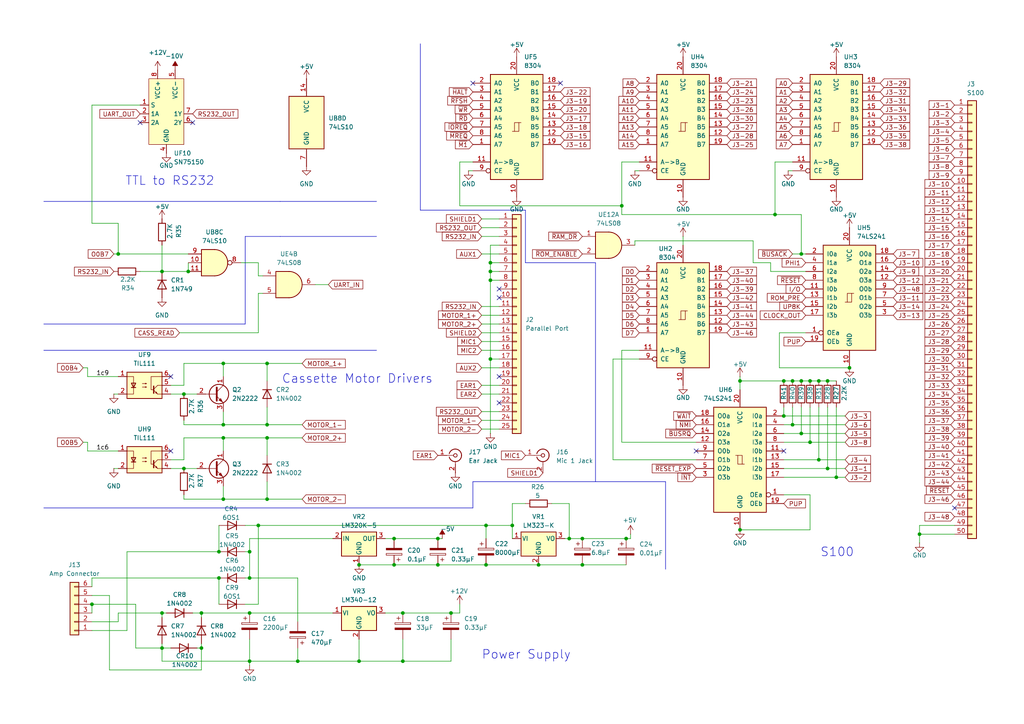
<source format=kicad_sch>
(kicad_sch (version 20250114) (generator "eeschema") (generator_version "9.0")
  (paper "A4")
  (text "TTL to RS232" (at 49.276 52.578 0) (effects (font (size 2.54 2.54))))
  (text "Cassette Motor Drivers" (at 103.632 109.982 0) (effects (font (size 2.54 2.54))))
  (text "Power Supply" (at 152.654 189.992 0) (effects (font (size 2.54 2.54))))
  (text "S100" (at 242.824 160.274 0) (effects (font (size 2.54 2.54))))
  (junction (at 229.87 110.49))
  (junction (at 64.77 127))
  (junction (at 127 156.21))
  (junction (at 53.34 135.89))
  (junction (at 63.5 167.64))
  (junction (at 64.77 144.78))
  (junction (at 242.57 138.43))
  (junction (at 64.77 123.19))
  (junction (at 227.33 110.49))
  (junction (at 46.99 177.8))
  (junction (at 77.47 105.41))
  (junction (at 58.42 177.8))
  (junction (at 63.5 160.02))
  (junction (at 72.39 191.77))
  (junction (at 165.1 156.21))
  (junction (at 168.91 163.83))
  (junction (at 148.59 152.4))
  (junction (at 246.38 106.68))
  (junction (at 240.03 135.89))
  (junction (at 58.42 187.96))
  (junction (at 180.34 59.69))
  (junction (at 142.24 104.14))
  (junction (at 116.84 177.8))
  (junction (at 114.3 156.21))
  (junction (at 266.7 154.94))
  (junction (at 127 163.83))
  (junction (at 229.87 123.19))
  (junction (at 104.14 163.83))
  (junction (at 130.81 177.8))
  (junction (at 214.63 110.49))
  (junction (at 224.79 62.23))
  (junction (at 181.61 156.21))
  (junction (at 234.95 128.27))
  (junction (at 86.36 191.77))
  (junction (at 53.34 114.3))
  (junction (at 237.49 133.35))
  (junction (at 232.41 110.49))
  (junction (at 46.99 78.74))
  (junction (at 232.41 73.66))
  (junction (at 168.91 156.21))
  (junction (at 116.84 191.77))
  (junction (at 232.41 125.73))
  (junction (at 72.39 160.02))
  (junction (at 74.93 152.4))
  (junction (at 104.14 191.77))
  (junction (at 77.47 123.19))
  (junction (at 26.67 175.26))
  (junction (at 240.03 110.49))
  (junction (at 142.24 81.28))
  (junction (at 34.29 73.66))
  (junction (at 227.33 120.65))
  (junction (at 64.77 105.41))
  (junction (at 214.63 153.67))
  (junction (at 54.61 78.74))
  (junction (at 140.97 163.83))
  (junction (at 237.49 110.49))
  (junction (at 72.39 167.64))
  (junction (at 72.39 177.8))
  (junction (at 46.99 187.96))
  (junction (at 142.24 78.74))
  (junction (at 140.97 152.4))
  (junction (at 77.47 144.78))
  (junction (at 142.24 76.2))
  (junction (at 156.21 163.83))
  (junction (at 77.47 127))
  (junction (at 234.95 110.49))
  (junction (at 114.3 163.83))
  (no_connect (at 144.78 86.36))
  (no_connect (at 40.64 35.56))
  (no_connect (at 276.86 147.32))
  (no_connect (at 144.78 109.22))
  (no_connect (at 49.53 109.22))
  (no_connect (at 137.16 24.13))
  (no_connect (at 144.78 83.82))
  (no_connect (at 201.93 130.81))
  (no_connect (at 144.78 116.84))
  (no_connect (at 227.33 130.81))
  (no_connect (at 55.88 35.56))
  (no_connect (at 162.56 24.13))
  (no_connect (at 49.53 130.81))
  (wire (pts (xy 142.24 104.14) (xy 142.24 81.28)))
  (wire (pts (xy 31.75 172.72) (xy 31.75 194.31)))
  (wire (pts (xy 25.4 109.22) (xy 34.29 109.22)))
  (wire (pts (xy 39.37 175.26) (xy 39.37 187.96)))
  (wire (pts (xy 77.47 144.78) (xy 64.77 144.78)))
  (wire (pts (xy 229.87 73.66) (xy 232.41 73.66)))
  (wire (pts (xy 26.67 172.72) (xy 31.75 172.72)))
  (wire (pts (xy 48.26 177.8) (xy 46.99 177.8)))
  (wire (pts (xy 49.53 135.89) (xy 53.34 135.89)))
  (wire (pts (xy 139.7 99.06) (xy 144.78 99.06)))
  (wire (pts (xy 160.02 146.05) (xy 165.1 146.05)))
  (wire (pts (xy 46.99 78.74) (xy 40.64 78.74)))
  (wire (pts (xy 229.87 123.19) (xy 245.11 123.19)))
  (wire (pts (xy 111.76 156.21) (xy 114.3 156.21)))
  (wire (pts (xy 226.06 96.52) (xy 226.06 106.68)))
  (wire (pts (xy 242.57 138.43) (xy 242.57 118.11)))
  (wire (pts (xy 180.34 128.27) (xy 180.34 101.6)))
  (wire (pts (xy 77.47 127) (xy 64.77 127)))
  (wire (pts (xy 77.47 127) (xy 77.47 132.08)))
  (wire (pts (xy 58.42 194.31) (xy 58.42 187.96)))
  (wire (pts (xy 232.41 125.73) (xy 232.41 118.11)))
  (wire (pts (xy 240.03 135.89) (xy 245.11 135.89)))
  (wire (pts (xy 77.47 139.7) (xy 77.47 144.78)))
  (wire (pts (xy 139.7 121.92) (xy 144.78 121.92)))
  (wire (pts (xy 140.97 152.4) (xy 74.93 152.4)))
  (wire (pts (xy 34.29 73.66) (xy 54.61 73.66)))
  (wire (pts (xy 232.41 62.23) (xy 224.79 62.23)))
  (wire (pts (xy 228.6 49.53) (xy 229.87 49.53)))
  (wire (pts (xy 227.33 143.51) (xy 234.95 143.51)))
  (wire (pts (xy 64.77 144.78) (xy 64.77 140.97)))
  (wire (pts (xy 227.33 110.49) (xy 229.87 110.49)))
  (wire (pts (xy 232.41 73.66) (xy 233.68 73.66)))
  (wire (pts (xy 72.39 160.02) (xy 72.39 167.64)))
  (wire (pts (xy 214.63 109.22) (xy 214.63 110.49)))
  (wire (pts (xy 142.24 78.74) (xy 144.78 78.74)))
  (wire (pts (xy 144.78 71.12) (xy 142.24 71.12)))
  (wire (pts (xy 64.77 127) (xy 64.77 130.81)))
  (wire (pts (xy 39.37 187.96) (xy 46.99 187.96)))
  (wire (pts (xy 72.39 177.8) (xy 96.52 177.8)))
  (wire (pts (xy 127 156.21) (xy 128.27 156.21)))
  (wire (pts (xy 182.88 156.21) (xy 181.61 156.21)))
  (wire (pts (xy 140.97 152.4) (xy 140.97 156.21)))
  (wire (pts (xy 104.14 185.42) (xy 104.14 191.77)))
  (wire (pts (xy 114.3 156.21) (xy 127 156.21)))
  (wire (pts (xy 242.57 138.43) (xy 245.11 138.43)))
  (wire (pts (xy 139.7 88.9) (xy 144.78 88.9)))
  (wire (pts (xy 116.84 177.8) (xy 130.81 177.8)))
  (wire (pts (xy 63.5 160.02) (xy 36.83 160.02)))
  (wire (pts (xy 74.93 96.52) (xy 74.93 85.09)))
  (polyline (pts (xy 12.7 101.6) (xy 109.22 101.6)))
  (wire (pts (xy 25.4 106.68) (xy 25.4 109.22)))
  (wire (pts (xy 104.14 163.83) (xy 114.3 163.83)))
  (wire (pts (xy 26.67 64.77) (xy 26.67 30.48)))
  (wire (pts (xy 52.07 96.52) (xy 74.93 96.52)))
  (wire (pts (xy 139.7 96.52) (xy 144.78 96.52)))
  (polyline (pts (xy 152.4 76.2) (xy 172.72 76.2)))
  (wire (pts (xy 72.39 191.77) (xy 72.39 193.04)))
  (polyline (pts (xy 172.72 76.2) (xy 172.72 139.7)))
  (wire (pts (xy 72.39 185.42) (xy 72.39 191.77)))
  (wire (pts (xy 184.15 69.85) (xy 218.44 69.85)))
  (wire (pts (xy 165.1 156.21) (xy 168.91 156.21)))
  (wire (pts (xy 237.49 110.49) (xy 240.03 110.49)))
  (wire (pts (xy 139.7 91.44) (xy 144.78 91.44)))
  (polyline (pts (xy 193.04 139.7) (xy 193.04 165.1)))
  (wire (pts (xy 142.24 76.2) (xy 142.24 78.74)))
  (wire (pts (xy 133.35 46.99) (xy 133.35 59.69)))
  (wire (pts (xy 276.86 154.94) (xy 266.7 154.94)))
  (wire (pts (xy 53.34 143.51) (xy 53.34 144.78)))
  (wire (pts (xy 74.93 85.09) (xy 76.2 85.09)))
  (wire (pts (xy 26.67 175.26) (xy 39.37 175.26)))
  (wire (pts (xy 139.7 119.38) (xy 144.78 119.38)))
  (wire (pts (xy 227.33 128.27) (xy 234.95 128.27)))
  (wire (pts (xy 104.14 191.77) (xy 86.36 191.77)))
  (wire (pts (xy 227.33 120.65) (xy 245.11 120.65)))
  (wire (pts (xy 87.63 127) (xy 77.47 127)))
  (wire (pts (xy 177.8 133.35) (xy 177.8 104.14)))
  (wire (pts (xy 71.12 160.02) (xy 72.39 160.02)))
  (wire (pts (xy 116.84 185.42) (xy 116.84 191.77)))
  (wire (pts (xy 139.7 73.66) (xy 144.78 73.66)))
  (wire (pts (xy 152.4 146.05) (xy 148.59 146.05)))
  (wire (pts (xy 64.77 127) (xy 53.34 127)))
  (wire (pts (xy 240.03 110.49) (xy 242.57 110.49)))
  (wire (pts (xy 139.7 111.76) (xy 144.78 111.76)))
  (wire (pts (xy 234.95 143.51) (xy 234.95 153.67)))
  (wire (pts (xy 26.67 30.48) (xy 40.64 30.48)))
  (wire (pts (xy 148.59 146.05) (xy 148.59 152.4)))
  (wire (pts (xy 180.34 62.23) (xy 180.34 59.69)))
  (wire (pts (xy 240.03 135.89) (xy 240.03 118.11)))
  (wire (pts (xy 24.13 128.27) (xy 25.4 128.27)))
  (wire (pts (xy 142.24 71.12) (xy 142.24 76.2)))
  (wire (pts (xy 224.79 62.23) (xy 180.34 62.23)))
  (wire (pts (xy 165.1 146.05) (xy 165.1 156.21)))
  (wire (pts (xy 53.34 111.76) (xy 49.53 111.76)))
  (polyline (pts (xy 81.28 68.58) (xy 109.22 68.58)))
  (wire (pts (xy 58.42 186.69) (xy 58.42 187.96)))
  (wire (pts (xy 86.36 180.34) (xy 86.36 167.64)))
  (wire (pts (xy 53.34 127) (xy 53.34 133.35)))
  (wire (pts (xy 26.67 64.77) (xy 34.29 64.77)))
  (wire (pts (xy 223.52 78.74) (xy 233.68 78.74)))
  (wire (pts (xy 214.63 110.49) (xy 214.63 113.03)))
  (wire (pts (xy 86.36 167.64) (xy 72.39 167.64)))
  (wire (pts (xy 64.77 123.19) (xy 64.77 119.38)))
  (wire (pts (xy 46.99 71.12) (xy 46.99 78.74)))
  (wire (pts (xy 69.85 76.2) (xy 74.93 76.2)))
  (wire (pts (xy 54.61 78.74) (xy 46.99 78.74)))
  (wire (pts (xy 142.24 104.14) (xy 144.78 104.14)))
  (wire (pts (xy 201.93 133.35) (xy 177.8 133.35)))
  (wire (pts (xy 86.36 187.96) (xy 86.36 191.77)))
  (wire (pts (xy 229.87 110.49) (xy 232.41 110.49)))
  (wire (pts (xy 133.35 177.8) (xy 130.81 177.8)))
  (wire (pts (xy 87.63 105.41) (xy 77.47 105.41)))
  (wire (pts (xy 139.7 124.46) (xy 144.78 124.46)))
  (wire (pts (xy 144.78 76.2) (xy 142.24 76.2)))
  (wire (pts (xy 26.67 180.34) (xy 34.29 180.34)))
  (wire (pts (xy 148.59 152.4) (xy 140.97 152.4)))
  (polyline (pts (xy 152.4 60.96) (xy 152.4 76.2)))
  (wire (pts (xy 33.02 135.89) (xy 34.29 135.89)))
  (wire (pts (xy 168.91 156.21) (xy 181.61 156.21)))
  (wire (pts (xy 130.81 191.77) (xy 116.84 191.77)))
  (wire (pts (xy 36.83 182.88) (xy 26.67 182.88)))
  (wire (pts (xy 77.47 105.41) (xy 64.77 105.41)))
  (wire (pts (xy 53.34 133.35) (xy 49.53 133.35)))
  (wire (pts (xy 227.33 125.73) (xy 232.41 125.73)))
  (wire (pts (xy 53.34 144.78) (xy 64.77 144.78)))
  (wire (pts (xy 55.88 177.8) (xy 58.42 177.8)))
  (wire (pts (xy 139.7 93.98) (xy 144.78 93.98)))
  (wire (pts (xy 198.12 68.58) (xy 198.12 71.12)))
  (wire (pts (xy 177.8 104.14) (xy 185.42 104.14)))
  (wire (pts (xy 227.33 138.43) (xy 242.57 138.43)))
  (wire (pts (xy 64.77 105.41) (xy 53.34 105.41)))
  (wire (pts (xy 234.95 110.49) (xy 237.49 110.49)))
  (wire (pts (xy 31.75 194.31) (xy 58.42 194.31)))
  (polyline (pts (xy 121.92 60.96) (xy 152.4 60.96)))
  (wire (pts (xy 148.59 156.21) (xy 148.59 152.4)))
  (wire (pts (xy 237.49 133.35) (xy 245.11 133.35)))
  (wire (pts (xy 53.34 135.89) (xy 57.15 135.89)))
  (wire (pts (xy 139.7 114.3) (xy 144.78 114.3)))
  (wire (pts (xy 232.41 125.73) (xy 245.11 125.73)))
  (wire (pts (xy 24.13 106.68) (xy 25.4 106.68)))
  (wire (pts (xy 33.02 114.3) (xy 34.29 114.3)))
  (wire (pts (xy 234.95 128.27) (xy 245.11 128.27)))
  (wire (pts (xy 72.39 167.64) (xy 71.12 167.64)))
  (wire (pts (xy 226.06 106.68) (xy 246.38 106.68)))
  (wire (pts (xy 53.34 121.92) (xy 53.34 123.19)))
  (wire (pts (xy 34.29 177.8) (xy 46.99 177.8)))
  (wire (pts (xy 74.93 175.26) (xy 74.93 152.4)))
  (wire (pts (xy 26.67 177.8) (xy 26.67 175.26)))
  (wire (pts (xy 74.93 76.2) (xy 74.93 80.01)))
  (wire (pts (xy 63.5 152.4) (xy 63.5 160.02)))
  (wire (pts (xy 96.52 156.21) (xy 72.39 156.21)))
  (wire (pts (xy 74.93 80.01) (xy 76.2 80.01)))
  (wire (pts (xy 139.7 101.6) (xy 144.78 101.6)))
  (polyline (pts (xy 121.92 12.7) (xy 121.92 60.96)))
  (wire (pts (xy 233.68 96.52) (xy 226.06 96.52)))
  (wire (pts (xy 139.7 66.04) (xy 144.78 66.04)))
  (wire (pts (xy 53.34 123.19) (xy 64.77 123.19)))
  (wire (pts (xy 63.5 175.26) (xy 63.5 167.64)))
  (wire (pts (xy 71.12 175.26) (xy 74.93 175.26)))
  (wire (pts (xy 46.99 191.77) (xy 46.99 187.96)))
  (polyline (pts (xy 12.7 147.32) (xy 137.16 147.32)))
  (wire (pts (xy 26.67 167.64) (xy 26.67 170.18)))
  (wire (pts (xy 133.35 59.69) (xy 180.34 59.69)))
  (wire (pts (xy 77.47 144.78) (xy 87.63 144.78)))
  (wire (pts (xy 232.41 110.49) (xy 234.95 110.49)))
  (wire (pts (xy 229.87 123.19) (xy 229.87 118.11)))
  (wire (pts (xy 276.86 152.4) (xy 266.7 152.4)))
  (wire (pts (xy 77.47 123.19) (xy 87.63 123.19)))
  (wire (pts (xy 180.34 59.69) (xy 180.34 46.99)))
  (wire (pts (xy 33.02 73.66) (xy 34.29 73.66)))
  (wire (pts (xy 127 163.83) (xy 140.97 163.83)))
  (wire (pts (xy 165.1 156.21) (xy 163.83 156.21)))
  (polyline (pts (xy 12.7 58.42) (xy 81.28 58.42)))
  (wire (pts (xy 25.4 130.81) (xy 34.29 130.81)))
  (wire (pts (xy 227.33 133.35) (xy 237.49 133.35)))
  (wire (pts (xy 114.3 163.83) (xy 127 163.83)))
  (wire (pts (xy 140.97 163.83) (xy 156.21 163.83)))
  (wire (pts (xy 25.4 128.27) (xy 25.4 130.81)))
  (polyline (pts (xy 71.12 68.58) (xy 81.28 68.58)))
  (wire (pts (xy 139.7 68.58) (xy 144.78 68.58)))
  (wire (pts (xy 58.42 177.8) (xy 72.39 177.8)))
  (wire (pts (xy 142.24 81.28) (xy 144.78 81.28)))
  (wire (pts (xy 139.7 106.68) (xy 144.78 106.68)))
  (wire (pts (xy 224.79 46.99) (xy 224.79 62.23)))
  (wire (pts (xy 234.95 128.27) (xy 234.95 118.11)))
  (wire (pts (xy 182.88 154.94) (xy 182.88 156.21)))
  (wire (pts (xy 77.47 123.19) (xy 64.77 123.19)))
  (wire (pts (xy 218.44 76.2) (xy 223.52 76.2)))
  (wire (pts (xy 53.34 105.41) (xy 53.34 111.76)))
  (wire (pts (xy 156.21 163.83) (xy 168.91 163.83)))
  (wire (pts (xy 266.7 154.94) (xy 266.7 157.48)))
  (wire (pts (xy 184.15 49.53) (xy 185.42 49.53)))
  (wire (pts (xy 46.99 177.8) (xy 46.99 179.07)))
  (wire (pts (xy 227.33 118.11) (xy 227.33 120.65)))
  (wire (pts (xy 232.41 73.66) (xy 232.41 62.23)))
  (wire (pts (xy 227.33 135.89) (xy 240.03 135.89)))
  (wire (pts (xy 223.52 76.2) (xy 223.52 78.74)))
  (wire (pts (xy 58.42 187.96) (xy 57.15 187.96)))
  (wire (pts (xy 137.16 46.99) (xy 133.35 46.99)))
  (wire (pts (xy 201.93 128.27) (xy 180.34 128.27)))
  (wire (pts (xy 133.35 175.26) (xy 133.35 177.8)))
  (wire (pts (xy 266.7 152.4) (xy 266.7 154.94)))
  (wire (pts (xy 49.53 114.3) (xy 53.34 114.3)))
  (wire (pts (xy 77.47 105.41) (xy 77.47 110.49)))
  (polyline (pts (xy 71.12 93.98) (xy 71.12 68.58)))
  (wire (pts (xy 36.83 160.02) (xy 36.83 182.88)))
  (wire (pts (xy 58.42 177.8) (xy 58.42 179.07)))
  (wire (pts (xy 130.81 185.42) (xy 130.81 191.77)))
  (wire (pts (xy 72.39 156.21) (xy 72.39 160.02)))
  (wire (pts (xy 34.29 64.77) (xy 34.29 73.66)))
  (polyline (pts (xy 12.7 93.98) (xy 71.12 93.98)))
  (wire (pts (xy 34.29 180.34) (xy 34.29 177.8)))
  (wire (pts (xy 116.84 191.77) (xy 104.14 191.77)))
  (wire (pts (xy 72.39 191.77) (xy 46.99 191.77)))
  (wire (pts (xy 77.47 118.11) (xy 77.47 123.19)))
  (wire (pts (xy 218.44 69.85) (xy 218.44 76.2)))
  (polyline (pts (xy 81.28 58.42) (xy 109.22 58.42)))
  (wire (pts (xy 74.93 152.4) (xy 71.12 152.4)))
  (wire (pts (xy 180.34 46.99) (xy 185.42 46.99)))
  (polyline (pts (xy 137.16 147.32) (xy 137.16 139.7)))
  (wire (pts (xy 142.24 81.28) (xy 142.24 78.74)))
  (wire (pts (xy 53.34 114.3) (xy 57.15 114.3)))
  (wire (pts (xy 91.44 82.55) (xy 95.25 82.55)))
  (wire (pts (xy 184.15 71.12) (xy 184.15 69.85)))
  (wire (pts (xy 234.95 153.67) (xy 214.63 153.67)))
  (wire (pts (xy 227.33 123.19) (xy 229.87 123.19)))
  (wire (pts (xy 237.49 133.35) (xy 237.49 118.11)))
  (wire (pts (xy 139.7 63.5) (xy 144.78 63.5)))
  (wire (pts (xy 54.61 76.2) (xy 54.61 78.74)))
  (wire (pts (xy 46.99 187.96) (xy 46.99 186.69)))
  (wire (pts (xy 180.34 101.6) (xy 185.42 101.6)))
  (wire (pts (xy 64.77 105.41) (xy 64.77 109.22)))
  (wire (pts (xy 111.76 177.8) (xy 116.84 177.8)))
  (wire (pts (xy 49.53 187.96) (xy 46.99 187.96)))
  (polyline (pts (xy 137.16 139.7) (xy 193.04 139.7)))
  (wire (pts (xy 214.63 110.49) (xy 227.33 110.49)))
  (wire (pts (xy 168.91 163.83) (xy 181.61 163.83)))
  (wire (pts (xy 135.89 49.53) (xy 137.16 49.53)))
  (wire (pts (xy 63.5 167.64) (xy 26.67 167.64)))
  (wire (pts (xy 142.24 125.73) (xy 142.24 104.14)))
  (wire (pts (xy 229.87 46.99) (xy 224.79 46.99)))
  (wire (pts (xy 86.36 191.77) (xy 72.39 191.77)))
  (label "1c9" (at 27.94 109.22 0))
  (label "1c6" (at 27.94 130.81 0))
  (global_label "RS232_OUT" (shape input) (at 139.7 119.38 180) (property "Intersheetrefs" "${INTERSHEET_REFS}" (effects (hide yes))))
  (global_label "J3-46" (shape input) (at 276.86 144.78 180) (property "Intersheetrefs" "${INTERSHEET_REFS}" (effects (hide yes))))
  (global_label "MOTOR_2-" (shape input) (at 139.7 124.46 180) (property "Intersheetrefs" "${INTERSHEET_REFS}" (effects (hide yes))))
  (global_label "J3-31" (shape input) (at 276.86 106.68 180) (property "Intersheetrefs" "${INTERSHEET_REFS}" (effects (hide yes))))
  (global_label "J3-3" (shape input) (at 245.11 120.65 0) (property "Intersheetrefs" "${INTERSHEET_REFS}" (effects (hide yes))))
  (global_label "J3-30" (shape input) (at 276.86 104.14 180) (property "Intersheetrefs" "${INTERSHEET_REFS}" (effects (hide yes))))
  (global_label "J3-24" (shape input) (at 210.82 26.67 0) (property "Intersheetrefs" "${INTERSHEET_REFS}" (effects (hide yes))))
  (global_label "MIC1" (shape input) (at 139.7 99.06 180) (property "Intersheetrefs" "${INTERSHEET_REFS}" (effects (hide yes))))
  (global_label "J3-23" (shape input) (at 210.82 29.21 0) (property "Intersheetrefs" "${INTERSHEET_REFS}" (effects (hide yes))))
  (global_label "D7" (shape input) (at 185.42 96.52 180) (property "Intersheetrefs" "${INTERSHEET_REFS}" (effects (hide yes))))
  (global_label "J3-5" (shape input) (at 245.11 125.73 0) (property "Intersheetrefs" "${INTERSHEET_REFS}" (effects (hide yes))))
  (global_label "J3-42" (shape input) (at 210.82 86.36 0) (property "Intersheetrefs" "${INTERSHEET_REFS}" (effects (hide yes))))
  (global_label "J3-13" (shape input) (at 259.08 91.44 0) (property "Intersheetrefs" "${INTERSHEET_REFS}" (effects (hide yes))))
  (global_label "J3-21" (shape input) (at 210.82 24.13 0) (property "Intersheetrefs" "${INTERSHEET_REFS}" (effects (hide yes))))
  (global_label "J3-15" (shape input) (at 276.86 66.04 180) (property "Intersheetrefs" "${INTERSHEET_REFS}" (effects (hide yes))))
  (global_label "A3" (shape input) (at 229.87 31.75 180) (property "Intersheetrefs" "${INTERSHEET_REFS}" (effects (hide yes))))
  (global_label "J3-37" (shape input) (at 210.82 78.74 0) (property "Intersheetrefs" "${INTERSHEET_REFS}" (effects (hide yes))))
  (global_label "EAR1" (shape input) (at 127 132.08 180) (property "Intersheetrefs" "${INTERSHEET_REFS}" (effects (hide yes))))
  (global_label "D5" (shape input) (at 185.42 91.44 180) (property "Intersheetrefs" "${INTERSHEET_REFS}" (effects (hide yes))))
  (global_label "J3-29" (shape input) (at 255.27 24.13 0) (property "Intersheetrefs" "${INTERSHEET_REFS}" (effects (hide yes))))
  (global_label "J3-42" (shape input) (at 276.86 134.62 180) (property "Intersheetrefs" "${INTERSHEET_REFS}" (effects (hide yes))))
  (global_label "J3-43" (shape input) (at 276.86 137.16 180) (property "Intersheetrefs" "${INTERSHEET_REFS}" (effects (hide yes))))
  (global_label "MOTOR_1-" (shape input) (at 87.63 123.19 0) (property "Intersheetrefs" "${INTERSHEET_REFS}" (effects (hide yes))))
  (global_label "J3-43" (shape input) (at 210.82 93.98 0) (property "Intersheetrefs" "${INTERSHEET_REFS}" (effects (hide yes))))
  (global_label "MOTOR_1+" (shape input) (at 87.63 105.41 0) (property "Intersheetrefs" "${INTERSHEET_REFS}" (effects (hide yes))))
  (global_label "MIC1" (shape input) (at 152.4 132.08 180) (property "Intersheetrefs" "${INTERSHEET_REFS}" (effects (hide yes))))
  (global_label "J3-37" (shape input) (at 276.86 121.92 180) (property "Intersheetrefs" "${INTERSHEET_REFS}" (effects (hide yes))))
  (global_label "A2" (shape input) (at 229.87 29.21 180) (property "Intersheetrefs" "${INTERSHEET_REFS}" (effects (hide yes))))
  (global_label "J3-12" (shape input) (at 259.08 81.28 0) (property "Intersheetrefs" "${INTERSHEET_REFS}" (effects (hide yes))))
  (global_label "J3-19" (shape input) (at 276.86 76.2 180) (property "Intersheetrefs" "${INTERSHEET_REFS}" (effects (hide yes))))
  (global_label "J3-12" (shape input) (at 276.86 58.42 180) (property "Intersheetrefs" "${INTERSHEET_REFS}" (effects (hide yes))))
  (global_label "J3-28" (shape input) (at 276.86 99.06 180) (property "Intersheetrefs" "${INTERSHEET_REFS}" (effects (hide yes))))
  (global_label "J3-18" (shape input) (at 162.56 36.83 0) (property "Intersheetrefs" "${INTERSHEET_REFS}" (effects (hide yes))))
  (global_label "~{MREQ}" (shape input) (at 137.16 39.37 180) (property "Intersheetrefs" "${INTERSHEET_REFS}" (effects (hide yes))))
  (global_label "ROM_PRE" (shape input) (at 233.68 86.36 180) (property "Intersheetrefs" "${INTERSHEET_REFS}" (effects (hide yes))))
  (global_label "J3-1" (shape input) (at 276.86 30.48 180) (property "Intersheetrefs" "${INTERSHEET_REFS}" (effects (hide yes))))
  (global_label "PUP" (shape input) (at 227.33 146.05 0) (property "Intersheetrefs" "${INTERSHEET_REFS}" (effects (hide yes))))
  (global_label "RS232_IN" (shape input) (at 139.7 88.9 180) (property "Intersheetrefs" "${INTERSHEET_REFS}" (effects (hide yes))))
  (global_label "I{slash}O" (shape input) (at 233.68 83.82 180) (property "Intersheetrefs" "${INTERSHEET_REFS}" (effects (hide yes))))
  (global_label "O0B4" (shape input) (at 24.13 106.68 180) (property "Intersheetrefs" "${INTERSHEET_REFS}" (effects (hide yes))))
  (global_label "A5" (shape input) (at 229.87 36.83 180) (property "Intersheetrefs" "${INTERSHEET_REFS}" (effects (hide yes))))
  (global_label "J3-26" (shape input) (at 276.86 93.98 180) (property "Intersheetrefs" "${INTERSHEET_REFS}" (effects (hide yes))))
  (global_label "CASS_READ" (shape input) (at 52.07 96.52 180) (property "Intersheetrefs" "${INTERSHEET_REFS}" (effects (hide yes))))
  (global_label "RS232_IN" (shape input) (at 33.02 78.74 180) (property "Intersheetrefs" "${INTERSHEET_REFS}" (effects (hide yes))))
  (global_label "~{WR}" (shape input) (at 137.16 31.75 180) (property "Intersheetrefs" "${INTERSHEET_REFS}" (effects (hide yes))))
  (global_label "D0" (shape input) (at 185.42 78.74 180) (property "Intersheetrefs" "${INTERSHEET_REFS}" (effects (hide yes))))
  (global_label "~{INT}" (shape input) (at 201.93 138.43 180) (property "Intersheetrefs" "${INTERSHEET_REFS}" (effects (hide yes))))
  (global_label "J3-34" (shape input) (at 255.27 31.75 0) (property "Intersheetrefs" "${INTERSHEET_REFS}" (effects (hide yes))))
  (global_label "A6" (shape input) (at 229.87 39.37 180) (property "Intersheetrefs" "${INTERSHEET_REFS}" (effects (hide yes))))
  (global_label "J3-31" (shape input) (at 255.27 29.21 0) (property "Intersheetrefs" "${INTERSHEET_REFS}" (effects (hide yes))))
  (global_label "J3-40" (shape input) (at 276.86 129.54 180) (property "Intersheetrefs" "${INTERSHEET_REFS}" (effects (hide yes))))
  (global_label "J3-10" (shape input) (at 276.86 53.34 180) (property "Intersheetrefs" "${INTERSHEET_REFS}" (effects (hide yes))))
  (global_label "A11" (shape input) (at 185.42 31.75 180) (property "Intersheetrefs" "${INTERSHEET_REFS}" (effects (hide yes))))
  (global_label "J3-30" (shape input) (at 210.82 34.29 0) (property "Intersheetrefs" "${INTERSHEET_REFS}" (effects (hide yes))))
  (global_label "J3-24" (shape input) (at 276.86 88.9 180) (property "Intersheetrefs" "${INTERSHEET_REFS}" (effects (hide yes))))
  (global_label "J3-33" (shape input) (at 276.86 111.76 180) (property "Intersheetrefs" "${INTERSHEET_REFS}" (effects (hide yes))))
  (global_label "J3-15" (shape input) (at 162.56 39.37 0) (property "Intersheetrefs" "${INTERSHEET_REFS}" (effects (hide yes))))
  (global_label "J3-36" (shape input) (at 255.27 36.83 0) (property "Intersheetrefs" "${INTERSHEET_REFS}" (effects (hide yes))))
  (global_label "J3-23" (shape input) (at 276.86 86.36 180) (property "Intersheetrefs" "${INTERSHEET_REFS}" (effects (hide yes))))
  (global_label "J3-1" (shape input) (at 245.11 135.89 0) (property "Intersheetrefs" "${INTERSHEET_REFS}" (effects (hide yes))))
  (global_label "J3-46" (shape input) (at 210.82 96.52 0) (property "Intersheetrefs" "${INTERSHEET_REFS}" (effects (hide yes))))
  (global_label "A7" (shape input) (at 229.87 41.91 180) (property "Intersheetrefs" "${INTERSHEET_REFS}" (effects (hide yes))))
  (global_label "J3-8" (shape input) (at 245.11 128.27 0) (property "Intersheetrefs" "${INTERSHEET_REFS}" (effects (hide yes))))
  (global_label "~{RESET}" (shape input) (at 276.86 142.24 180) (property "Intersheetrefs" "${INTERSHEET_REFS}" (effects (hide yes))))
  (global_label "~{RD}" (shape input) (at 137.16 34.29 180) (property "Intersheetrefs" "${INTERSHEET_REFS}" (effects (hide yes))))
  (global_label "J3-11" (shape input) (at 259.08 86.36 0) (property "Intersheetrefs" "${INTERSHEET_REFS}" (effects (hide yes))))
  (global_label "~{IOREQ}" (shape input) (at 137.16 36.83 180) (property "Intersheetrefs" "${INTERSHEET_REFS}" (effects (hide yes))))
  (global_label "J3-14" (shape input) (at 276.86 63.5 180) (property "Intersheetrefs" "${INTERSHEET_REFS}" (effects (hide yes))))
  (global_label "RS232_IN" (shape input) (at 139.7 68.58 180) (property "Intersheetrefs" "${INTERSHEET_REFS}" (effects (hide yes))))
  (global_label "MOTOR_2+" (shape input) (at 139.7 93.98 180) (property "Intersheetrefs" "${INTERSHEET_REFS}" (effects (hide yes))))
  (global_label "J3-10" (shape input) (at 259.08 76.2 0) (property "Intersheetrefs" "${INTERSHEET_REFS}" (effects (hide yes))))
  (global_label "MOTOR_1-" (shape input) (at 139.7 121.92 180) (property "Intersheetrefs" "${INTERSHEET_REFS}" (effects (hide yes))))
  (global_label "UP8K" (shape input) (at 233.68 88.9 180) (property "Intersheetrefs" "${INTERSHEET_REFS}" (effects (hide yes))))
  (global_label "J3-4" (shape input) (at 245.11 133.35 0) (property "Intersheetrefs" "${INTERSHEET_REFS}" (effects (hide yes))))
  (global_label "J3-18" (shape input) (at 276.86 73.66 180) (property "Intersheetrefs" "${INTERSHEET_REFS}" (effects (hide yes))))
  (global_label "J3-32" (shape input) (at 276.86 109.22 180) (property "Intersheetrefs" "${INTERSHEET_REFS}" (effects (hide yes))))
  (global_label "J3-25" (shape input) (at 210.82 41.91 0) (property "Intersheetrefs" "${INTERSHEET_REFS}" (effects (hide yes))))
  (global_label "MOTOR_2-" (shape input) (at 87.63 144.78 0) (property "Intersheetrefs" "${INTERSHEET_REFS}" (effects (hide yes))))
  (global_label "CLOCK_OUT" (shape input) (at 233.68 91.44 180) (property "Intersheetrefs" "${INTERSHEET_REFS}" (effects (hide yes))))
  (global_label "J3-27" (shape input) (at 210.82 36.83 0) (property "Intersheetrefs" "${INTERSHEET_REFS}" (effects (hide yes))))
  (global_label "J3-26" (shape input) (at 210.82 31.75 0) (property "Intersheetrefs" "${INTERSHEET_REFS}" (effects (hide yes))))
  (global_label "SHIELD1" (shape input) (at 139.7 63.5 180) (property "Intersheetrefs" "${INTERSHEET_REFS}" (effects (hide yes))))
  (global_label "J3-7" (shape input) (at 259.08 73.66 0) (property "Intersheetrefs" "${INTERSHEET_REFS}" (effects (hide yes))))
  (global_label "O0B5" (shape input) (at 24.13 128.27 180) (property "Intersheetrefs" "${INTERSHEET_REFS}" (effects (hide yes))))
  (global_label "J3-36" (shape input) (at 276.86 119.38 180) (property "Intersheetrefs" "${INTERSHEET_REFS}" (effects (hide yes))))
  (global_label "J3-35" (shape input) (at 276.86 116.84 180) (property "Intersheetrefs" "${INTERSHEET_REFS}" (effects (hide yes))))
  (global_label "A8" (shape input) (at 185.42 24.13 180) (property "Intersheetrefs" "${INTERSHEET_REFS}" (effects (hide yes))))
  (global_label "J3-11" (shape input) (at 276.86 55.88 180) (property "Intersheetrefs" "${INTERSHEET_REFS}" (effects (hide yes))))
  (global_label "J3-33" (shape input) (at 255.27 34.29 0) (property "Intersheetrefs" "${INTERSHEET_REFS}" (effects (hide yes))))
  (global_label "J3-38" (shape input) (at 255.27 41.91 0) (property "Intersheetrefs" "${INTERSHEET_REFS}" (effects (hide yes))))
  (global_label "J3-41" (shape input) (at 210.82 88.9 0) (property "Intersheetrefs" "${INTERSHEET_REFS}" (effects (hide yes))))
  (global_label "J3-39" (shape input) (at 210.82 83.82 0) (property "Intersheetrefs" "${INTERSHEET_REFS}" (effects (hide yes))))
  (global_label "D2" (shape input) (at 185.42 83.82 180) (property "Intersheetrefs" "${INTERSHEET_REFS}" (effects (hide yes))))
  (global_label "AUX2" (shape input) (at 139.7 106.68 180) (property "Intersheetrefs" "${INTERSHEET_REFS}" (effects (hide yes))))
  (global_label "D6" (shape input) (at 185.42 93.98 180) (property "Intersheetrefs" "${INTERSHEET_REFS}" (effects (hide yes))))
  (global_label "J3-3" (shape input) (at 276.86 35.56 180) (property "Intersheetrefs" "${INTERSHEET_REFS}" (effects (hide yes))))
  (global_label "J3-17" (shape input) (at 276.86 71.12 180) (property "Intersheetrefs" "${INTERSHEET_REFS}" (effects (hide yes))))
  (global_label "J3-32" (shape input) (at 255.27 26.67 0) (property "Intersheetrefs" "${INTERSHEET_REFS}" (effects (hide yes))))
  (global_label "J3-2" (shape input) (at 276.86 33.02 180) (property "Intersheetrefs" "${INTERSHEET_REFS}" (effects (hide yes))))
  (global_label "~{RFSH}" (shape input) (at 137.16 29.21 180) (property "Intersheetrefs" "${INTERSHEET_REFS}" (effects (hide yes))))
  (global_label "A4" (shape input) (at 229.87 34.29 180) (property "Intersheetrefs" "${INTERSHEET_REFS}" (effects (hide yes))))
  (global_label "RS232_OUT" (shape input) (at 139.7 66.04 180) (property "Intersheetrefs" "${INTERSHEET_REFS}" (effects (hide yes))))
  (global_label "MIC2" (shape input) (at 139.7 101.6 180) (property "Intersheetrefs" "${INTERSHEET_REFS}" (effects (hide yes))))
  (global_label "UART_OUT" (shape input) (at 40.64 33.02 180) (property "Intersheetrefs" "${INTERSHEET_REFS}" (effects (hide yes))))
  (global_label "J3-35" (shape input) (at 255.27 39.37 0) (property "Intersheetrefs" "${INTERSHEET_REFS}" (effects (hide yes))))
  (global_label "J3-20" (shape input) (at 162.56 31.75 0) (property "Intersheetrefs" "${INTERSHEET_REFS}" (effects (hide yes))))
  (global_label "J3-48" (shape input) (at 276.86 149.86 180) (property "Intersheetrefs" "${INTERSHEET_REFS}" (effects (hide yes))))
  (global_label "~{WAIT}" (shape input) (at 201.93 120.65 180) (property "Intersheetrefs" "${INTERSHEET_REFS}" (effects (hide yes))))
  (global_label "MOTOR_2+" (shape input) (at 87.63 127 0) (property "Intersheetrefs" "${INTERSHEET_REFS}" (effects (hide yes))))
  (global_label "J3-38" (shape input) (at 276.86 124.46 180) (property "Intersheetrefs" "${INTERSHEET_REFS}" (effects (hide yes))))
  (global_label "J3-39" (shape input) (at 276.86 127 180) (property "Intersheetrefs" "${INTERSHEET_REFS}" (effects (hide yes))))
  (global_label "~{BUSRQ}" (shape input) (at 201.93 125.73 180) (property "Intersheetrefs" "${INTERSHEET_REFS}" (effects (hide yes))))
  (global_label "J3-25" (shape input) (at 276.86 91.44 180) (property "Intersheetrefs" "${INTERSHEET_REFS}" (effects (hide yes))))
  (global_label "D4" (shape input) (at 185.42 88.9 180) (property "Intersheetrefs" "${INTERSHEET_REFS}" (effects (hide yes))))
  (global_label "RS232_OUT" (shape input) (at 55.88 33.02 0) (property "Intersheetrefs" "${INTERSHEET_REFS}" (effects (hide yes))))
  (global_label "J3-2" (shape input) (at 245.11 138.43 0) (property "Intersheetrefs" "${INTERSHEET_REFS}" (effects (hide yes))))
  (global_label "EAR2" (shape input) (at 139.7 114.3 180) (property "Intersheetrefs" "${INTERSHEET_REFS}" (effects (hide yes))))
  (global_label "~{ROM_ENABLE}" (shape input) (at 168.91 73.66 180) (property "Intersheetrefs" "${INTERSHEET_REFS}" (effects (hide yes))))
  (global_label "J3-28" (shape input) (at 210.82 39.37 0) (property "Intersheetrefs" "${INTERSHEET_REFS}" (effects (hide yes))))
  (global_label "~{HALT}" (shape input) (at 137.16 26.67 180) (property "Intersheetrefs" "${INTERSHEET_REFS}" (effects (hide yes))))
  (global_label "J3-14" (shape input) (at 259.08 88.9 0) (property "Intersheetrefs" "${INTERSHEET_REFS}" (effects (hide yes))))
  (global_label "~{BUSACK}" (shape input) (at 229.87 73.66 180) (property "Intersheetrefs" "${INTERSHEET_REFS}" (effects (hide yes))))
  (global_label "D1" (shape input) (at 185.42 81.28 180) (property "Intersheetrefs" "${INTERSHEET_REFS}" (effects (hide yes))))
  (global_label "J3-7" (shape input) (at 276.86 45.72 180) (property "Intersheetrefs" "${INTERSHEET_REFS}" (effects (hide yes))))
  (global_label "~{RAM_DR}" (shape input) (at 168.91 68.58 180) (property "Intersheetrefs" "${INTERSHEET_REFS}" (effects (hide yes))))
  (global_label "J3-40" (shape input) (at 210.82 81.28 0) (property "Intersheetrefs" "${INTERSHEET_REFS}" (effects (hide yes))))
  (global_label "J3-48" (shape input) (at 259.08 83.82 0) (property "Intersheetrefs" "${INTERSHEET_REFS}" (effects (hide yes))))
  (global_label "J3-5" (shape input) (at 276.86 40.64 180) (property "Intersheetrefs" "${INTERSHEET_REFS}" (effects (hide yes))))
  (global_label "D3" (shape input) (at 185.42 86.36 180) (property "Intersheetrefs" "${INTERSHEET_REFS}" (effects (hide yes))))
  (global_label "SHIELD1" (shape input) (at 157.48 137.16 180) (property "Intersheetrefs" "${INTERSHEET_REFS}" (effects (hide yes))))
  (global_label "J3-21" (shape input) (at 276.86 81.28 180) (property "Intersheetrefs" "${INTERSHEET_REFS}" (effects (hide yes))))
  (global_label "J3-29" (shape input) (at 276.86 101.6 180) (property "Intersheetrefs" "${INTERSHEET_REFS}" (effects (hide yes))))
  (global_label "A12" (shape input) (at 185.42 34.29 180) (property "Intersheetrefs" "${INTERSHEET_REFS}" (effects (hide yes))))
  (global_label "~{NMI}" (shape input) (at 201.93 123.19 180) (property "Intersheetrefs" "${INTERSHEET_REFS}" (effects (hide yes))))
  (global_label "MOTOR_1+" (shape input) (at 139.7 91.44 180) (property "Intersheetrefs" "${INTERSHEET_REFS}" (effects (hide yes))))
  (global_label "SHIELD2" (shape input) (at 139.7 96.52 180) (property "Intersheetrefs" "${INTERSHEET_REFS}" (effects (hide yes))))
  (global_label "J3-34" (shape input) (at 276.86 114.3 180) (property "Intersheetrefs" "${INTERSHEET_REFS}" (effects (hide yes))))
  (global_label "J3-13" (shape input) (at 276.86 60.96 180) (property "Intersheetrefs" "${INTERSHEET_REFS}" (effects (hide yes))))
  (global_label "J3-6" (shape input) (at 245.11 123.19 0) (property "Intersheetrefs" "${INTERSHEET_REFS}" (effects (hide yes))))
  (global_label "J3-22" (shape input) (at 276.86 83.82 180) (property "Intersheetrefs" "${INTERSHEET_REFS}" (effects (hide yes))))
  (global_label "J3-9" (shape input) (at 276.86 50.8 180) (property "Intersheetrefs" "${INTERSHEET_REFS}" (effects (hide yes))))
  (global_label "PHI1" (shape input) (at 233.68 76.2 180) (property "Intersheetrefs" "${INTERSHEET_REFS}" (effects (hide yes))))
  (global_label "A14" (shape input) (at 185.42 39.37 180) (property "Intersheetrefs" "${INTERSHEET_REFS}" (effects (hide yes))))
  (global_label "PUP" (shape input) (at 233.68 99.06 180) (property "Intersheetrefs" "${INTERSHEET_REFS}" (effects (hide yes))))
  (global_label "~{RESET}" (shape input) (at 233.68 81.28 180) (property "Intersheetrefs" "${INTERSHEET_REFS}" (effects (hide yes))))
  (global_label "J3-17" (shape input) (at 162.56 34.29 0) (property "Intersheetrefs" "${INTERSHEET_REFS}" (effects (hide yes))))
  (global_label "A9" (shape input) (at 185.42 26.67 180) (property "Intersheetrefs" "${INTERSHEET_REFS}" (effects (hide yes))))
  (global_label "J3-16" (shape input) (at 162.56 41.91 0) (property "Intersheetrefs" "${INTERSHEET_REFS}" (effects (hide yes))))
  (global_label "J3-19" (shape input) (at 162.56 29.21 0) (property "Intersheetrefs" "${INTERSHEET_REFS}" (effects (hide yes))))
  (global_label "J3-8" (shape input) (at 276.86 48.26 180) (property "Intersheetrefs" "${INTERSHEET_REFS}" (effects (hide yes))))
  (global_label "A1" (shape input) (at 229.87 26.67 180) (property "Intersheetrefs" "${INTERSHEET_REFS}" (effects (hide yes))))
  (global_label "A13" (shape input) (at 185.42 36.83 180) (property "Intersheetrefs" "${INTERSHEET_REFS}" (effects (hide yes))))
  (global_label "J3-27" (shape input) (at 276.86 96.52 180) (property "Intersheetrefs" "${INTERSHEET_REFS}" (effects (hide yes))))
  (global_label "J3-4" (shape input) (at 276.86 38.1 180) (property "Intersheetrefs" "${INTERSHEET_REFS}" (effects (hide yes))))
  (global_label "J3-6" (shape input) (at 276.86 43.18 180) (property "Intersheetrefs" "${INTERSHEET_REFS}" (effects (hide yes))))
  (global_label "~{M1}" (shape input) (at 137.16 41.91 180) (property "Intersheetrefs" "${INTERSHEET_REFS}" (effects (hide yes))))
  (global_label "A10" (shape input) (at 185.42 29.21 180) (property "Intersheetrefs" "${INTERSHEET_REFS}" (effects (hide yes))))
  (global_label "~{RESET_EXP}" (shape input) (at 201.93 135.89 180) (property "Intersheetrefs" "${INTERSHEET_REFS}" (effects (hide yes))))
  (global_label "EAR1" (shape input) (at 139.7 111.76 180) (property "Intersheetrefs" "${INTERSHEET_REFS}" (effects (hide yes))))
  (global_label "J3-22" (shape input) (at 162.56 26.67 0) (property "Intersheetrefs" "${INTERSHEET_REFS}" (effects (hide yes))))
  (global_label "J3-16" (shape input) (at 276.86 68.58 180) (property "Intersheetrefs" "${INTERSHEET_REFS}" (effects (hide yes))))
  (global_label "J3-41" (shape input) (at 276.86 132.08 180) (property "Intersheetrefs" "${INTERSHEET_REFS}" (effects (hide yes))))
  (global_label "A0" (shape input) (at 229.87 24.13 180) (property "Intersheetrefs" "${INTERSHEET_REFS}" (effects (hide yes))))
  (global_label "A15" (shape input) (at 185.42 41.91 180) (property "Intersheetrefs" "${INTERSHEET_REFS}" (effects (hide yes))))
  (global_label "UART_IN" (shape input) (at 95.25 82.55 0) (property "Intersheetrefs" "${INTERSHEET_REFS}" (effects (hide yes))))
  (global_label "O0B7" (shape input) (at 33.02 73.66 180) (property "Intersheetrefs" "${INTERSHEET_REFS}" (effects (hide yes))))
  (global_label "J3-44" (shape input) (at 276.86 139.7 180) (property "Intersheetrefs" "${INTERSHEET_REFS}" (effects (hide yes))))
  (global_label "J3-44" (shape input) (at 210.82 91.44 0) (property "Intersheetrefs" "${INTERSHEET_REFS}" (effects (hide yes))))
  (global_label "J3-9" (shape input) (at 259.08 78.74 0) (property "Intersheetrefs" "${INTERSHEET_REFS}" (effects (hide yes))))
  (global_label "J3-20" (shape input) (at 276.86 78.74 180) (property "Intersheetrefs" "${INTERSHEET_REFS}" (effects (hide yes))))
  (global_label "AUX1" (shape input) (at 139.7 73.66 180) (property "Intersheetrefs" "${INTERSHEET_REFS}" (effects (hide yes))))
  (symbol (lib_id "power:-10V") (at 50.8 20.32 0) (unit 1)
    (property "Reference" "#PWR0263" (effects (hide yes)))
    (property "Value" "-10V" (at 50.546 16.256 0))
    (property "Description" "Power symbol creates a global label with name \"-10V\"" (effects (hide yes)))
  )
  (symbol (lib_id "74xx:74LS08") (at 176.53 71.12 0) (unit 1)
    (property "Reference" "UE12" (at 176.5217 62.23 0))
    (property "Value" "74LS08" (at 176.5217 64.77 0))
    (property "Footprint" "Package_DIP:DIP-14_W7.62mm" (effects (hide yes)))
    (property "Datasheet" "http://www.ti.com/lit/gpn/sn74LS08" (effects (hide yes)))
    (property "Description" "Quad And2" (effects (hide yes)))
  )
  (symbol (lib_id "power:+5V") (at 214.63 109.22 0) (unit 1)
    (property "Reference" "#PWR0290" (effects (hide yes)))
    (property "Value" "+5V" (at 214.63 105.664 0))
    (property "Description" "Power symbol creates a global label with name \"+5V\"" (effects (hide yes)))
  )
  (symbol (lib_id "power:GND") (at 132.08 137.16 0) (unit 1)
    (property "Reference" "#PWR0276" (effects (hide yes)))
    (property "Value" "GND" (at 132.08 140.97 0))
    (property "Description" "Power symbol creates a global label with name \"GND\" , ground" (effects (hide yes)))
  )
  (symbol (lib_id "Connector_Generic:Conn_01x25") (at 149.86 93.98 0) (unit 1)
    (property "Reference" "J2" (at 152.4 92.7099 0) (effects (justify left)))
    (property "Value" "Parallel Port" (at 152.4 95.2499 0) (effects (justify left)))
    (property "Description" "Generic connector, single row, 01x25, script generated (kicad-library-utils/schlib/autogen/connector/)" (effects (hide yes)))
  )
  (symbol (lib_id "power:GND") (at 198.12 111.76 0) (unit 1)
    (property "Reference" "#PWR0288" (effects (hide yes)))
    (property "Value" "GND" (at 198.12 115.316 0))
    (property "Description" "Power symbol creates a global label with name \"GND\" , ground" (effects (hide yes)))
  )
  (symbol (lib_id "power:GND") (at 184.15 49.53 0) (unit 1)
    (property "Reference" "#PWR0283" (effects (hide yes)))
    (property "Value" "GND" (at 184.15 53.34 0))
    (property "Description" "Power symbol creates a global label with name \"GND\" , ground" (effects (hide yes)))
  )
  (symbol (lib_id "TholinsStuff:LM320K_TO220") (at 104.14 156.21 0) (unit 1)
    (property "Reference" "VR2" (at 104.14 149.86 0))
    (property "Value" "LM320K-5" (at 104.14 152.4 0))
    (property "Footprint" "Package_TO_SOT_THT:TO-220-3_Vertical" (effects (hide yes)))
    (property "Datasheet" "https://www.ti.com/lit/ds/symlink/lm320-n.pdf?ts=1770214617857&ref_url=https%253A%252F%252Fwww.ti.com%252Fproduct%252FLM320-N" (effects (hide yes)))
    (property "Description" "Negative 1.5A Linear Regulator" (effects (hide yes)))
  )
  (symbol (lib_id "Device:R") (at 36.83 78.74 270) (unit 1)
    (property "Reference" "R34" (at 37.084 83.566 90))
    (property "Value" "2.2K" (at 37.084 81.026 90))
    (property "Footprint" "Resistor_THT:R_Axial_DIN0204_L3.6mm_D1.6mm_P7.62mm_Horizontal" (effects (hide yes)))
    (property "Description" "Resistor" (effects (hide yes)))
  )
  (symbol (lib_id "Connector:Conn_Coaxial") (at 157.48 132.08 0) (unit 1)
    (property "Reference" "J16" (at 161.29 131.1031 0) (effects (justify left)))
    (property "Value" "Mic 1 Jack" (at 161.29 133.6431 0) (effects (justify left)))
    (property "Description" "coaxial connector (BNC, SMA, SMB, SMC, Cinch/RCA, LEMO, ...)" (effects (hide yes)))
  )
  (symbol (lib_id "Device:C_Polarized") (at 127 160.02 180) (unit 1)
    (property "Reference" "C21" (at 130.81 159.6389 0) (effects (justify right)))
    (property "Value" "0.33µF" (at 130.81 162.1789 0) (effects (justify right)))
    (property "Description" "Polarized capacitor" (effects (hide yes)))
  )
  (symbol (lib_id "power:GND") (at 72.39 193.04 0) (unit 1)
    (property "Reference" "#PWR0271" (effects (hide yes)))
    (property "Value" "GND" (at 72.39 196.85 0))
    (property "Description" "Power symbol creates a global label with name \"GND\" , ground" (effects (hide yes)))
  )
  (symbol (lib_id "Diode:1N4002") (at 58.42 182.88 270) (unit 1)
    (property "Reference" "CR8" (at 60.96 181.6099 90) (effects (justify left)))
    (property "Value" "1N4002" (at 60.96 184.1499 90) (effects (justify left)))
    (property "Footprint" "Diode_THT:D_DO-41_SOD81_P10.16mm_Horizontal" (effects (hide yes)))
    (property "Datasheet" "http://www.vishay.com/docs/88503/1n4001.pdf" (effects (hide yes)))
    (property "Description" "100V 1A General Purpose Rectifier Diode, DO-41" (effects (hide yes)))
    (property "Sim.Device" "D" (effects (hide yes)))
    (property "Sim.Pins" "1=K 2=A" (effects (hide yes)))
  )
  (symbol (lib_id "TholinsStuff:8304") (at 198.12 36.83 0) (unit 1)
    (property "Reference" "UH4" (at 200.2633 16.51 0) (effects (justify left)))
    (property "Value" "8304" (at 200.2633 19.05 0) (effects (justify left)))
    (property "Footprint" "Package_DIP:DIP-20_W7.62mm" (effects (hide yes)))
    (property "Description" "Octal BUS Transceivers, 3-State outputs" (effects (hide yes)))
  )
  (symbol (lib_id "power:GND") (at 135.89 49.53 0) (unit 1)
    (property "Reference" "#PWR0280" (effects (hide yes)))
    (property "Value" "GND" (at 135.89 53.34 0))
    (property "Description" "Power symbol creates a global label with name \"GND\" , ground" (effects (hide yes)))
  )
  (symbol (lib_id "Device:C_Polarized") (at 116.84 181.61 0) (unit 1)
    (property "Reference" "C18" (at 120.65 179.4509 0) (effects (justify left)))
    (property "Value" "33µF" (at 120.65 181.9909 0) (effects (justify left)))
    (property "Description" "Polarized capacitor" (effects (hide yes)))
  )
  (symbol (lib_id "Device:R") (at 237.49 114.3 0) (unit 1)
    (property "Reference" "R31" (at 237.49 114.046 90))
    (property "Value" "2.2K" (effects (hide yes)))
    (property "Footprint" "Resistor_THT:R_Axial_DIN0204_L3.6mm_D1.6mm_P7.62mm_Horizontal" (effects (hide yes)))
    (property "Description" "Resistor" (effects (hide yes)))
  )
  (symbol (lib_id "Diode:1N4002") (at 53.34 187.96 180) (unit 1)
    (property "Reference" "CR10" (at 53.594 190.246 0))
    (property "Value" "1N4002" (at 53.594 192.786 0))
    (property "Footprint" "Diode_THT:D_DO-41_SOD81_P10.16mm_Horizontal" (effects (hide yes)))
    (property "Datasheet" "http://www.vishay.com/docs/88503/1n4001.pdf" (effects (hide yes)))
    (property "Description" "100V 1A General Purpose Rectifier Diode, DO-41" (effects (hide yes)))
    (property "Sim.Device" "D" (effects (hide yes)))
    (property "Sim.Pins" "1=K 2=A" (effects (hide yes)))
  )
  (symbol (lib_id "power:+5V") (at 198.12 16.51 0) (unit 1)
    (property "Reference" "#PWR0281" (effects (hide yes)))
    (property "Value" "+5V" (at 198.12 12.954 0))
    (property "Description" "Power symbol creates a global label with name \"+5V\"" (effects (hide yes)))
  )
  (symbol (lib_id "Device:C_Polarized") (at 181.61 160.02 0) (unit 1)
    (property "Reference" "C24" (at 185.42 157.8609 0) (effects (justify left)))
    (property "Value" "0.01µF" (at 185.42 160.4009 0) (effects (justify left)))
    (property "Description" "Polarized capacitor" (effects (hide yes)))
  )
  (symbol (lib_id "power:+5V") (at 242.57 16.51 0) (unit 1)
    (property "Reference" "#PWR0285" (effects (hide yes)))
    (property "Value" "+5V" (at 242.57 12.954 0))
    (property "Description" "Power symbol creates a global label with name \"+5V\"" (effects (hide yes)))
  )
  (symbol (lib_id "power:GND") (at 214.63 153.67 0) (unit 1)
    (property "Reference" "#PWR0291" (effects (hide yes)))
    (property "Value" "GND" (at 214.63 157.48 0))
    (property "Description" "Power symbol creates a global label with name \"GND\" , ground" (effects (hide yes)))
  )
  (symbol (lib_id "Diode:1N4002") (at 77.47 135.89 270) (unit 1)
    (property "Reference" "CR3" (at 80.01 134.6199 90) (effects (justify left)))
    (property "Value" "1N4002" (at 80.01 137.1599 90) (effects (justify left)))
    (property "Footprint" "Diode_THT:D_DO-41_SOD81_P10.16mm_Horizontal" (effects (hide yes)))
    (property "Datasheet" "http://www.vishay.com/docs/88503/1n4001.pdf" (effects (hide yes)))
    (property "Description" "100V 1A General Purpose Rectifier Diode, DO-41" (effects (hide yes)))
    (property "Sim.Device" "D" (effects (hide yes)))
    (property "Sim.Pins" "1=K 2=A" (effects (hide yes)))
  )
  (symbol (lib_id "power:+5V") (at 198.12 68.58 0) (unit 1)
    (property "Reference" "#PWR0287" (effects (hide yes)))
    (property "Value" "+5V" (at 198.12 65.024 0))
    (property "Description" "Power symbol creates a global label with name \"+5V\"" (effects (hide yes)))
  )
  (symbol (lib_id "Device:C_Polarized") (at 130.81 181.61 0) (unit 1)
    (property "Reference" "C19" (at 134.62 179.4509 0) (effects (justify left)))
    (property "Value" "0.33µF" (at 134.62 181.9909 0) (effects (justify left)))
    (property "Description" "Polarized capacitor" (effects (hide yes)))
  )
  (symbol (lib_id "Diode:1N4002") (at 77.47 114.3 270) (unit 1)
    (property "Reference" "CR2" (at 80.01 113.0299 90) (effects (justify left)))
    (property "Value" "1N4002" (at 80.01 115.5699 90) (effects (justify left)))
    (property "Footprint" "Diode_THT:D_DO-41_SOD81_P10.16mm_Horizontal" (effects (hide yes)))
    (property "Datasheet" "http://www.vishay.com/docs/88503/1n4001.pdf" (effects (hide yes)))
    (property "Description" "100V 1A General Purpose Rectifier Diode, DO-41" (effects (hide yes)))
    (property "Sim.Device" "D" (effects (hide yes)))
    (property "Sim.Pins" "1=K 2=A" (effects (hide yes)))
  )
  (symbol (lib_id "Regulator_Linear:LM7812_TO220") (at 156.21 156.21 0) (unit 1)
    (property "Reference" "VR1" (at 156.21 149.86 0))
    (property "Value" "LM323-K" (at 156.21 152.4 0))
    (property "Footprint" "Package_TO_SOT_THT:TO-220-3_Vertical" (effects (hide yes)))
    (property "Description" "Positive 3A 20V Linear Regulator, Fixed Output 5V" (effects (hide yes)))
  )
  (symbol (lib_id "power:GND") (at 142.24 125.73 0) (unit 1)
    (property "Reference" "#PWR0277" (effects (hide yes)))
    (property "Value" "GND" (at 142.24 129.54 0))
    (property "Description" "Power symbol creates a global label with name \"GND\" , ground" (effects (hide yes)))
  )
  (symbol (lib_id "Device:R") (at 53.34 118.11 0) (unit 1)
    (property "Reference" "R36" (at 58.166 117.856 90))
    (property "Value" "2.7K" (at 55.626 117.856 90))
    (property "Footprint" "Resistor_THT:R_Axial_DIN0204_L3.6mm_D1.6mm_P7.62mm_Horizontal" (effects (hide yes)))
    (property "Description" "Resistor" (effects (hide yes)))
  )
  (symbol (lib_id "power:GND") (at 46.99 86.36 0) (unit 1)
    (property "Reference" "#PWR0267" (effects (hide yes)))
    (property "Value" "GND" (at 46.99 91.44 0))
    (property "Description" "Power symbol creates a global label with name \"GND\" , ground" (effects (hide yes)))
  )
  (symbol (lib_id "Isolator:TIL111") (at 41.91 133.35 0) (unit 1)
    (property "Reference" "UH9" (at 41.91 124.46 0))
    (property "Value" "TIL111" (at 41.91 127 0))
    (property "Footprint" "Package_DIP:DIP-6_W7.62mm" (effects (hide yes)))
    (property "Datasheet" "https://www.egr.msu.edu/eceshop/Parts_Inventory/datasheets/til111.pdf" (effects (hide yes)))
    (property "Description" "DC Optocoupler, Phototransistor NPN, DIP6" (effects (hide yes)))
  )
  (symbol (lib_id "Diode:1N4002") (at 52.07 177.8 180) (unit 1)
    (property "Reference" "CR8" (at 52.07 172.466 0))
    (property "Value" "1N4002" (at 52.07 175.006 0))
    (property "Footprint" "Diode_THT:D_DO-41_SOD81_P10.16mm_Horizontal" (effects (hide yes)))
    (property "Datasheet" "http://www.vishay.com/docs/88503/1n4001.pdf" (effects (hide yes)))
    (property "Description" "100V 1A General Purpose Rectifier Diode, DO-41" (effects (hide yes)))
    (property "Sim.Device" "D" (effects (hide yes)))
    (property "Sim.Pins" "1=K 2=A" (effects (hide yes)))
  )
  (symbol (lib_id "power:GND") (at 266.7 157.48 0) (unit 1)
    (property "Reference" "#PWR0293" (effects (hide yes)))
    (property "Value" "GND" (at 266.7 161.036 0))
    (property "Description" "Power symbol creates a global label with name \"GND\" , ground" (effects (hide yes)))
  )
  (symbol (lib_id "Device:C_Polarized") (at 86.36 184.15 180) (unit 1)
    (property "Reference" "C17" (at 90.17 183.7689 0) (effects (justify right)))
    (property "Value" "470µF" (at 90.17 186.3089 0) (effects (justify right)))
    (property "Description" "Polarized capacitor" (effects (hide yes)))
  )
  (symbol (lib_id "Diode:1N4002") (at 67.31 160.02 0) (unit 1)
    (property "Reference" "CR5" (at 67.31 155.448 0))
    (property "Value" "1N4002" (at 67.31 157.988 0))
    (property "Footprint" "Diode_THT:D_DO-41_SOD81_P10.16mm_Horizontal" (effects (hide yes)))
    (property "Datasheet" "http://www.vishay.com/docs/88503/1n4001.pdf" (effects (hide yes)))
    (property "Description" "100V 1A General Purpose Rectifier Diode, DO-41" (effects (hide yes)))
    (property "Sim.Device" "D" (effects (hide yes)))
    (property "Sim.Pins" "1=K 2=A" (effects (hide yes)))
  )
  (symbol (lib_id "Device:C_Polarized") (at 140.97 160.02 0) (unit 1)
    (property "Reference" "C22" (at 143.51 157.734 0) (effects (justify left)))
    (property "Value" "8000µF" (at 143.51 160.274 0) (effects (justify left)))
    (property "Description" "Polarized capacitor" (effects (hide yes)))
  )
  (symbol (lib_id "Device:R") (at 46.99 67.31 0) (unit 1)
    (property "Reference" "R35" (at 51.816 67.056 90))
    (property "Value" "2.7K" (at 49.276 67.056 90))
    (property "Footprint" "Resistor_THT:R_Axial_DIN0204_L3.6mm_D1.6mm_P7.62mm_Horizontal" (effects (hide yes)))
    (property "Description" "Resistor" (effects (hide yes)))
  )
  (symbol (lib_id "power:+12V") (at 133.35 175.26 0) (unit 1)
    (property "Reference" "#PWR0272" (effects (hide yes)))
    (property "Value" "+12V" (at 133.096 171.45 0))
    (property "Description" "Power symbol creates a global label with name \"+12V\"" (effects (hide yes)))
  )
  (symbol (lib_id "74xx:74LS241") (at 214.63 133.35 0) (mirror y) (unit 1)
    (property "Reference" "UH6" (at 212.4867 113.03 0) (effects (justify left)))
    (property "Value" "74LS241" (at 212.4867 115.57 0) (effects (justify left)))
    (property "Footprint" "Package_DIP:DIP-20_W7.62mm" (effects (hide yes)))
    (property "Datasheet" "http://www.ti.com/lit/ds/symlink/sn74ls241.pdf" (effects (hide yes)))
    (property "Description" "Octal Buffer and Line Driver With 3-State Output, complementary enables, non-inverting outputs" (effects (hide yes)))
  )
  (symbol (lib_id "power:+5V") (at 182.88 154.94 0) (unit 1)
    (property "Reference" "#PWR0275" (effects (hide yes)))
    (property "Value" "+5V" (at 182.626 150.876 0))
    (property "Description" "Power symbol creates a global label with name \"+5V\"" (effects (hide yes)))
  )
  (symbol (lib_id "Regulator_Linear:LM7812_TO220") (at 104.14 177.8 0) (unit 1)
    (property "Reference" "VR3" (at 104.14 171.45 0))
    (property "Value" "LM340-12" (at 104.14 173.99 0))
    (property "Footprint" "Package_TO_SOT_THT:TO-220-3_Vertical" (effects (hide yes)))
    (property "Description" "Positive 1A 35V Linear Regulator, Fixed Output 12V, TO-220" (effects (hide yes)))
  )
  (symbol (lib_id "Device:R") (at 227.33 114.3 0) (unit 1)
    (property "Reference" "R41" (at 227.33 114.046 90))
    (property "Value" "2.2K" (effects (hide yes)))
    (property "Footprint" "Resistor_THT:R_Axial_DIN0204_L3.6mm_D1.6mm_P7.62mm_Horizontal" (effects (hide yes)))
    (property "Description" "Resistor" (effects (hide yes)))
  )
  (symbol (lib_id "power:+12V") (at 45.72 20.32 0) (unit 1)
    (property "Reference" "#PWR0262" (effects (hide yes)))
    (property "Value" "+12V" (at 45.72 15.24 0))
    (property "Description" "Power symbol creates a global label with name \"+12V\"" (effects (hide yes)))
  )
  (symbol (lib_id "74xx:74LS10") (at 88.9 35.56 0) (unit 4)
    (property "Reference" "UB8" (at 95.25 34.2899 0) (effects (justify left)))
    (property "Value" "74LS10" (at 95.25 36.8299 0) (effects (justify left)))
    (property "Footprint" "Package_DIP:DIP-14_W7.62mm" (effects (hide yes)))
    (property "Datasheet" "http://www.ti.com/lit/gpn/sn74LS10" (effects (hide yes)))
    (property "Description" "Triple 3-input NAND" (effects (hide yes)))
  )
  (symbol (lib_id "74xx:74LS10") (at 62.23 76.2 0) (unit 3)
    (property "Reference" "UB8" (at 62.2217 67.31 0))
    (property "Value" "74LS10" (at 62.2217 69.85 0))
    (property "Footprint" "Package_DIP:DIP-14_W7.62mm" (effects (hide yes)))
    (property "Datasheet" "http://www.ti.com/lit/gpn/sn74LS10" (effects (hide yes)))
    (property "Description" "Triple 3-input NAND" (effects (hide yes)))
  )
  (symbol (lib_id "power:GND") (at 246.38 106.68 0) (unit 1)
    (property "Reference" "#PWR0292" (effects (hide yes)))
    (property "Value" "GND" (at 246.38 110.49 0))
    (property "Description" "Power symbol creates a global label with name \"GND\" , ground" (effects (hide yes)))
  )
  (symbol (lib_id "TholinsStuff:SN75150") (at 48.26 20.32 0) (unit 1)
    (property "Reference" "UF10" (at 50.4033 44.45 0) (effects (justify left)))
    (property "Value" "SN75150" (at 50.4033 46.99 0) (effects (justify left)))
    (property "Footprint" "Package_DIP:DIP-8_W7.62mm" (effects (hide yes)))
    (property "Datasheet" "https://www.ti.com/lit/ds/symlink/sn75150.pdf" (effects (hide yes)))
    (property "Description" "Dual Line Driver" (effects (hide yes)))
  )
  (symbol (lib_id "TholinsStuff:8304") (at 198.12 91.44 0) (unit 1)
    (property "Reference" "UH2" (at 191.008 72.136 0) (effects (justify left)))
    (property "Value" "8304" (at 191.008 74.676 0) (effects (justify left)))
    (property "Footprint" "Package_DIP:DIP-20_W7.62mm" (effects (hide yes)))
    (property "Description" "Octal BUS Transceivers, 3-State outputs" (effects (hide yes)))
  )
  (symbol (lib_id "Transistor_BJT:BC547") (at 62.23 135.89 0) (unit 1)
    (property "Reference" "Q3" (at 67.31 134.6199 0) (effects (justify left)))
    (property "Value" "2N2222" (at 67.31 137.1599 0) (effects (justify left)))
    (property "Footprint" "Package_TO_SOT_THT:TO-92_Inline" (effects (hide yes)))
    (property "Datasheet" "https://www.onsemi.com/pdf/datasheet/p2n2222a-d.pdf" (effects (hide yes)))
    (property "Sim.Device" "NPN" (effects (hide yes)))
    (property "Sim.Pins" "1=C 2=B 3=E" (effects (hide yes)))
  )
  (symbol (lib_id "power:+5V") (at 46.99 63.5 0) (unit 1)
    (property "Reference" "#PWR0268" (effects (hide yes)))
    (property "Value" "+5V" (at 46.99 59.944 0))
    (property "Description" "Power symbol creates a global label with name \"+5V\"" (effects (hide yes)))
  )
  (symbol (lib_id "power:GND") (at 33.02 135.89 0) (unit 1)
    (property "Reference" "#PWR0270" (effects (hide yes)))
    (property "Value" "GND" (at 33.02 140.97 0))
    (property "Description" "Power symbol creates a global label with name \"GND\" , ground" (effects (hide yes)))
  )
  (symbol (lib_id "power:GND") (at 104.14 163.83 0) (unit 1)
    (property "Reference" "#PWR0273" (effects (hide yes)))
    (property "Value" "GND" (at 104.14 167.64 0))
    (property "Description" "Power symbol creates a global label with name \"GND\" , ground" (effects (hide yes)))
  )
  (symbol (lib_id "Device:C_Polarized") (at 72.39 181.61 0) (unit 1)
    (property "Reference" "C16" (at 76.2 179.4509 0) (effects (justify left)))
    (property "Value" "2200µF" (at 76.2 181.9909 0) (effects (justify left)))
    (property "Description" "Polarized capacitor" (effects (hide yes)))
  )
  (symbol (lib_id "power:+5V") (at 88.9 22.86 0) (unit 1)
    (property "Reference" "#PWR0265" (effects (hide yes)))
    (property "Value" "+5V" (at 88.9 19.304 0))
    (property "Description" "Power symbol creates a global label with name \"+5V\"" (effects (hide yes)))
  )
  (symbol (lib_id "Diode:1N4002") (at 67.31 167.64 0) (unit 1)
    (property "Reference" "CR6" (at 67.31 162.56 0))
    (property "Value" "1N4002" (at 67.31 165.1 0))
    (property "Footprint" "Diode_THT:D_DO-41_SOD81_P10.16mm_Horizontal" (effects (hide yes)))
    (property "Datasheet" "http://www.vishay.com/docs/88503/1n4001.pdf" (effects (hide yes)))
    (property "Description" "100V 1A General Purpose Rectifier Diode, DO-41" (effects (hide yes)))
    (property "Sim.Device" "D" (effects (hide yes)))
    (property "Sim.Pins" "1=K 2=A" (effects (hide yes)))
  )
  (symbol (lib_id "Connector_Generic:Conn_01x06") (at 21.59 177.8 180) (unit 1)
    (property "Reference" "J13" (at 21.59 163.83 0))
    (property "Value" "Amp Connector" (at 21.59 166.37 0))
    (property "Description" "Generic connector, single row, 01x06, script generated (kicad-library-utils/schlib/autogen/connector/)" (effects (hide yes)))
  )
  (symbol (lib_id "Device:R") (at 232.41 114.3 0) (unit 1)
    (property "Reference" "R39" (at 232.41 114.046 90))
    (property "Value" "2.2K" (effects (hide yes)))
    (property "Footprint" "Resistor_THT:R_Axial_DIN0204_L3.6mm_D1.6mm_P7.62mm_Horizontal" (effects (hide yes)))
    (property "Description" "Resistor" (effects (hide yes)))
  )
  (symbol (lib_id "power:-5V") (at 128.27 156.21 0) (unit 1)
    (property "Reference" "#PWR0274" (effects (hide yes)))
    (property "Value" "-5V" (at 129.794 153.416 0))
    (property "Description" "Power symbol creates a global label with name \"-5V\"" (effects (hide yes)))
  )
  (symbol (lib_id "power:GND") (at 48.26 44.45 0) (unit 1)
    (property "Reference" "#PWR0264" (effects (hide yes)))
    (property "Value" "GND" (at 48.26 48.006 0))
    (property "Description" "Power symbol creates a global label with name \"GND\" , ground" (effects (hide yes)))
  )
  (symbol (lib_id "Device:D") (at 67.31 152.4 180) (unit 1)
    (property "Reference" "CR4" (at 67.056 147.574 0))
    (property "Value" "6OS1" (at 67.056 150.114 0))
    (property "Description" "Diode" (effects (hide yes)))
    (property "Sim.Device" "D" (effects (hide yes)))
    (property "Sim.Pins" "1=K 2=A" (effects (hide yes)))
  )
  (symbol (lib_id "Device:R") (at 156.21 146.05 90) (unit 1)
    (property "Reference" "R26" (at 155.956 141.224 90))
    (property "Value" "5" (at 155.956 143.764 90))
    (property "Footprint" "Resistor_THT:R_Axial_DIN0204_L3.6mm_D1.6mm_P7.62mm_Horizontal" (effects (hide yes)))
    (property "Description" "Resistor" (effects (hide yes)))
  )
  (symbol (lib_id "74xx:74LS08") (at 83.82 82.55 0) (unit 2)
    (property "Reference" "UE4" (at 83.8117 73.66 0))
    (property "Value" "74LS08" (at 83.8117 76.2 0))
    (property "Footprint" "Package_DIP:DIP-14_W7.62mm" (effects (hide yes)))
    (property "Datasheet" "http://www.ti.com/lit/gpn/sn74LS08" (effects (hide yes)))
    (property "Description" "Quad And2" (effects (hide yes)))
  )
  (symbol (lib_id "power:GND") (at 149.86 57.15 0) (unit 1)
    (property "Reference" "#PWR0279" (effects (hide yes)))
    (property "Value" "GND" (at 149.86 60.706 0))
    (property "Description" "Power symbol creates a global label with name \"GND\" , ground" (effects (hide yes)))
  )
  (symbol (lib_id "74xx:74LS241") (at 246.38 86.36 0) (unit 1)
    (property "Reference" "UH5" (at 248.5233 66.04 0) (effects (justify left)))
    (property "Value" "74LS241" (at 248.5233 68.58 0) (effects (justify left)))
    (property "Footprint" "Package_DIP:DIP-20_W7.62mm" (effects (hide yes)))
    (property "Datasheet" "http://www.ti.com/lit/ds/symlink/sn74ls241.pdf" (effects (hide yes)))
    (property "Description" "Octal Buffer and Line Driver With 3-State Output, complementary enables, non-inverting outputs" (effects (hide yes)))
  )
  (symbol (lib_id "power:GND") (at 242.57 57.15 0) (unit 1)
    (property "Reference" "#PWR0286" (effects (hide yes)))
    (property "Value" "GND" (at 242.57 60.706 0))
    (property "Description" "Power symbol creates a global label with name \"GND\" , ground" (effects (hide yes)))
  )
  (symbol (lib_id "Device:C_Polarized") (at 168.91 160.02 0) (unit 1)
    (property "Reference" "C23" (at 171.45 157.734 0) (effects (justify left)))
    (property "Value" "6.8µF" (at 171.45 160.274 0) (effects (justify left)))
    (property "Description" "Polarized capacitor" (effects (hide yes)))
  )
  (symbol (lib_id "Device:C_Polarized") (at 114.3 160.02 180) (unit 1)
    (property "Reference" "C20" (at 118.11 159.6389 0) (effects (justify right)))
    (property "Value" "0.1µF" (at 118.11 162.1789 0) (effects (justify right)))
    (property "Description" "Polarized capacitor" (effects (hide yes)))
  )
  (symbol (lib_id "Device:D") (at 67.31 175.26 180) (unit 1)
    (property "Reference" "CR9" (at 67.31 170.434 0))
    (property "Value" "6OS1" (at 67.31 172.974 0))
    (property "Description" "Diode" (effects (hide yes)))
    (property "Sim.Device" "D" (effects (hide yes)))
    (property "Sim.Pins" "1=K 2=A" (effects (hide yes)))
  )
  (symbol (lib_id "TholinsStuff:8304") (at 149.86 36.83 0) (unit 1)
    (property "Reference" "UF5" (at 152.0033 16.51 0) (effects (justify left)))
    (property "Value" "8304" (at 152.0033 19.05 0) (effects (justify left)))
    (property "Footprint" "Package_DIP:DIP-20_W7.62mm" (effects (hide yes)))
    (property "Description" "Octal BUS Transceivers, 3-State outputs" (effects (hide yes)))
  )
  (symbol (lib_id "Connector_Generic:Conn_01x50") (at 281.94 91.44 0) (unit 1)
    (property "Reference" "J3" (at 280.416 24.384 0) (effects (justify left)))
    (property "Value" "S100" (at 280.416 26.924 0) (effects (justify left)))
    (property "Description" "\"Generic connector, single row, 01x50, script generated\"" (effects (hide yes)))
  )
  (symbol (lib_id "TholinsStuff:8304") (at 242.57 36.83 0) (unit 1)
    (property "Reference" "UH3" (at 244.7133 16.51 0) (effects (justify left)))
    (property "Value" "8304" (at 244.7133 19.05 0) (effects (justify left)))
    (property "Footprint" "Package_DIP:DIP-20_W7.62mm" (effects (hide yes)))
    (property "Description" "Octal BUS Transceivers, 3-State outputs" (effects (hide yes)))
  )
  (symbol (lib_id "power:+5V") (at 149.86 16.51 0) (unit 1)
    (property "Reference" "#PWR0278" (effects (hide yes)))
    (property "Value" "+5V" (at 149.86 12.954 0))
    (property "Description" "Power symbol creates a global label with name \"+5V\"" (effects (hide yes)))
  )
  (symbol (lib_id "Device:R") (at 240.03 114.3 0) (unit 1)
    (property "Reference" "R28" (at 240.03 114.046 90))
    (property "Value" "2.2K" (effects (hide yes)))
    (property "Footprint" "Resistor_THT:R_Axial_DIN0204_L3.6mm_D1.6mm_P7.62mm_Horizontal" (effects (hide yes)))
    (property "Description" "Resistor" (effects (hide yes)))
  )
  (symbol (lib_id "Isolator:TIL111") (at 41.91 111.76 0) (unit 1)
    (property "Reference" "UF9" (at 41.91 102.87 0))
    (property "Value" "TIL111" (at 41.91 105.41 0))
    (property "Footprint" "Package_DIP:DIP-6_W7.62mm" (effects (hide yes)))
    (property "Datasheet" "https://www.egr.msu.edu/eceshop/Parts_Inventory/datasheets/til111.pdf" (effects (hide yes)))
    (property "Description" "DC Optocoupler, Phototransistor NPN, DIP6" (effects (hide yes)))
  )
  (symbol (lib_id "power:+5V") (at 246.38 66.04 0) (unit 1)
    (property "Reference" "#PWR0289" (effects (hide yes)))
    (property "Value" "+5V" (at 246.38 62.484 0))
    (property "Description" "Power symbol creates a global label with name \"+5V\"" (effects (hide yes)))
  )
  (symbol (lib_id "Device:R") (at 242.57 114.3 0) (unit 1)
    (property "Reference" "R27" (at 242.57 114.046 90))
    (property "Value" "2.2K" (at 244.856 114.046 90))
    (property "Footprint" "Resistor_THT:R_Axial_DIN0204_L3.6mm_D1.6mm_P7.62mm_Horizontal" (effects (hide yes)))
    (property "Description" "Resistor" (effects (hide yes)))
  )
  (symbol (lib_id "Device:R") (at 229.87 114.3 0) (unit 1)
    (property "Reference" "R40" (at 229.87 114.046 90))
    (property "Value" "2.2K" (effects (hide yes)))
    (property "Footprint" "Resistor_THT:R_Axial_DIN0204_L3.6mm_D1.6mm_P7.62mm_Horizontal" (effects (hide yes)))
    (property "Description" "Resistor" (effects (hide yes)))
  )
  (symbol (lib_id "Device:D") (at 46.99 82.55 270) (unit 1)
    (property "Reference" "CR1" (at 49.53 81.2799 90) (effects (justify left)))
    (property "Value" "1N749" (at 49.53 83.8199 90) (effects (justify left)))
    (property "Description" "Diode" (effects (hide yes)))
    (property "Sim.Device" "D" (effects (hide yes)))
    (property "Sim.Pins" "1=K 2=A" (effects (hide yes)))
  )
  (symbol (lib_id "power:GND") (at 228.6 49.53 0) (unit 1)
    (property "Reference" "#PWR0284" (effects (hide yes)))
    (property "Value" "GND" (at 228.6 53.34 0))
    (property "Description" "Power symbol creates a global label with name \"GND\" , ground" (effects (hide yes)))
  )
  (symbol (lib_id "Device:R") (at 234.95 114.3 0) (unit 1)
    (property "Reference" "R38" (at 234.95 114.046 90))
    (property "Value" "2.2K" (effects (hide yes)))
    (property "Footprint" "Resistor_THT:R_Axial_DIN0204_L3.6mm_D1.6mm_P7.62mm_Horizontal" (effects (hide yes)))
    (property "Description" "Resistor" (effects (hide yes)))
  )
  (symbol (lib_id "Connector:Conn_Coaxial") (at 132.08 132.08 0) (unit 1)
    (property "Reference" "J17" (at 135.89 131.1031 0) (effects (justify left)))
    (property "Value" "Ear Jack" (at 135.89 133.6431 0) (effects (justify left)))
    (property "Description" "coaxial connector (BNC, SMA, SMB, SMC, Cinch/RCA, LEMO, ...)" (effects (hide yes)))
  )
  (symbol (lib_id "Diode:1N4002") (at 46.99 182.88 270) (unit 1)
    (property "Reference" "CR7" (at 49.53 181.6099 90) (effects (justify left)))
    (property "Value" "1N4002" (at 49.53 184.1499 90) (effects (justify left)))
    (property "Footprint" "Diode_THT:D_DO-41_SOD81_P10.16mm_Horizontal" (effects (hide yes)))
    (property "Datasheet" "http://www.vishay.com/docs/88503/1n4001.pdf" (effects (hide yes)))
    (property "Description" "100V 1A General Purpose Rectifier Diode, DO-41" (effects (hide yes)))
    (property "Sim.Device" "D" (effects (hide yes)))
    (property "Sim.Pins" "1=K 2=A" (effects (hide yes)))
  )
  (symbol (lib_id "Transistor_BJT:BC547") (at 62.23 114.3 0) (unit 1)
    (property "Reference" "Q2" (at 67.31 113.0299 0) (effects (justify left)))
    (property "Value" "2N2222" (at 67.31 115.5699 0) (effects (justify left)))
    (property "Footprint" "Package_TO_SOT_THT:TO-92_Inline" (effects (hide yes)))
    (property "Datasheet" "https://www.onsemi.com/pdf/datasheet/p2n2222a-d.pdf" (effects (hide yes)))
    (property "Sim.Device" "NPN" (effects (hide yes)))
    (property "Sim.Pins" "1=C 2=B 3=E" (effects (hide yes)))
  )
  (symbol (lib_id "power:GND") (at 88.9 48.26 0) (unit 1)
    (property "Reference" "#PWR0266" (effects (hide yes)))
    (property "Value" "GND" (at 88.9 53.34 0))
    (property "Description" "Power symbol creates a global label with name \"GND\" , ground" (effects (hide yes)))
  )
  (symbol (lib_id "Device:R") (at 53.34 139.7 0) (unit 1)
    (property "Reference" "R37" (at 58.166 139.446 90))
    (property "Value" "2.7K" (at 55.626 139.446 90))
    (property "Footprint" "Resistor_THT:R_Axial_DIN0204_L3.6mm_D1.6mm_P7.62mm_Horizontal" (effects (hide yes)))
    (property "Description" "Resistor" (effects (hide yes)))
  )
  (symbol (lib_id "power:GND") (at 33.02 114.3 0) (unit 1)
    (property "Reference" "#PWR0269" (effects (hide yes)))
    (property "Value" "GND" (at 33.02 119.38 0))
    (property "Description" "Power symbol creates a global label with name \"GND\" , ground" (effects (hide yes)))
  )
  (symbol (lib_id "power:GND") (at 198.12 57.15 0) (unit 1)
    (property "Reference" "#PWR0282" (effects (hide yes)))
    (property "Value" "GND" (at 198.12 60.706 0))
    (property "Description" "Power symbol creates a global label with name \"GND\" , ground" (effects (hide yes)))
  )
)
</source>
